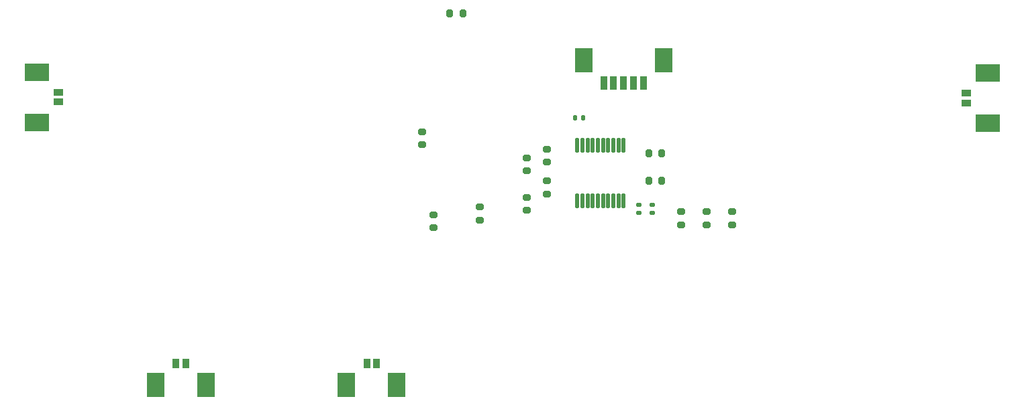
<source format=gbp>
G04 #@! TF.GenerationSoftware,KiCad,Pcbnew,8.0.9*
G04 #@! TF.CreationDate,2025-09-24T23:27:37+09:00*
G04 #@! TF.ProjectId,usb_sfc_pad,7573625f-7366-4635-9f70-61642e6b6963,rev?*
G04 #@! TF.SameCoordinates,Original*
G04 #@! TF.FileFunction,Paste,Bot*
G04 #@! TF.FilePolarity,Positive*
%FSLAX46Y46*%
G04 Gerber Fmt 4.6, Leading zero omitted, Abs format (unit mm)*
G04 Created by KiCad (PCBNEW 8.0.9) date 2025-09-24 23:27:37*
%MOMM*%
%LPD*%
G01*
G04 APERTURE LIST*
G04 Aperture macros list*
%AMRoundRect*
0 Rectangle with rounded corners*
0 $1 Rounding radius*
0 $2 $3 $4 $5 $6 $7 $8 $9 X,Y pos of 4 corners*
0 Add a 4 corners polygon primitive as box body*
4,1,4,$2,$3,$4,$5,$6,$7,$8,$9,$2,$3,0*
0 Add four circle primitives for the rounded corners*
1,1,$1+$1,$2,$3*
1,1,$1+$1,$4,$5*
1,1,$1+$1,$6,$7*
1,1,$1+$1,$8,$9*
0 Add four rect primitives between the rounded corners*
20,1,$1+$1,$2,$3,$4,$5,0*
20,1,$1+$1,$4,$5,$6,$7,0*
20,1,$1+$1,$6,$7,$8,$9,0*
20,1,$1+$1,$8,$9,$2,$3,0*%
G04 Aperture macros list end*
%ADD10R,0.889000X1.295400*%
%ADD11R,2.209800X3.098800*%
%ADD12R,3.098800X2.209800*%
%ADD13R,1.295400X0.889000*%
%ADD14RoundRect,0.200000X-0.275000X0.200000X-0.275000X-0.200000X0.275000X-0.200000X0.275000X0.200000X0*%
%ADD15RoundRect,0.200000X0.200000X0.275000X-0.200000X0.275000X-0.200000X-0.275000X0.200000X-0.275000X0*%
%ADD16RoundRect,0.200000X0.275000X-0.200000X0.275000X0.200000X-0.275000X0.200000X-0.275000X-0.200000X0*%
%ADD17RoundRect,0.140000X0.170000X-0.140000X0.170000X0.140000X-0.170000X0.140000X-0.170000X-0.140000X0*%
%ADD18RoundRect,0.140000X-0.140000X-0.170000X0.140000X-0.170000X0.140000X0.170000X-0.140000X0.170000X0*%
%ADD19R,0.812800X1.701800*%
%ADD20RoundRect,0.112500X0.112500X-0.837500X0.112500X0.837500X-0.112500X0.837500X-0.112500X-0.837500X0*%
G04 APERTURE END LIST*
D10*
X113050000Y-139250000D03*
X111800000Y-139250000D03*
D11*
X109250000Y-142000000D03*
X115600000Y-142000000D03*
D10*
X137150000Y-139250000D03*
X135900000Y-139250000D03*
D11*
X133350000Y-142000000D03*
X139700000Y-142000000D03*
D12*
X94250000Y-108750000D03*
X94250000Y-102400000D03*
D13*
X97000000Y-104950000D03*
X97000000Y-106200000D03*
X211504200Y-105075000D03*
X211504200Y-106325000D03*
D12*
X214254200Y-108875000D03*
X214254200Y-102525000D03*
D14*
X182000000Y-120075000D03*
X182000000Y-121725000D03*
X158600000Y-112175000D03*
X158600000Y-113825000D03*
D15*
X173125000Y-116200000D03*
X171475000Y-116200000D03*
D16*
X142900000Y-111625000D03*
X142900000Y-109975000D03*
D14*
X178800000Y-120075000D03*
X178800000Y-121725000D03*
D15*
X148025000Y-95000000D03*
X146375000Y-95000000D03*
D14*
X144300000Y-120475000D03*
X144300000Y-122125000D03*
X150200000Y-119475000D03*
X150200000Y-121125000D03*
D17*
X171900000Y-120180000D03*
X171900000Y-119220000D03*
D18*
X162220000Y-108200000D03*
X163180000Y-108200000D03*
D19*
X165800000Y-103800000D03*
X167050000Y-103800000D03*
X168300000Y-103800000D03*
X169550000Y-103800000D03*
X170800000Y-103800000D03*
D11*
X173350000Y-100900001D03*
X163250000Y-100900001D03*
D14*
X156100000Y-118275000D03*
X156100000Y-119925000D03*
D16*
X158600000Y-117825000D03*
X158600000Y-116175000D03*
D15*
X173125000Y-112700000D03*
X171475000Y-112700000D03*
D17*
X170200000Y-120180000D03*
X170200000Y-119220000D03*
D14*
X156100000Y-113275000D03*
X156100000Y-114925000D03*
X175600000Y-120075000D03*
X175600000Y-121725000D03*
D20*
X168300000Y-118700000D03*
X167650000Y-118700000D03*
X167000000Y-118700000D03*
X166350000Y-118700000D03*
X165700000Y-118700000D03*
X165050000Y-118700000D03*
X164400000Y-118700000D03*
X163750000Y-118700000D03*
X163100000Y-118700000D03*
X162450000Y-118700000D03*
X162450000Y-111700000D03*
X163100000Y-111700000D03*
X163750000Y-111700000D03*
X164400000Y-111700000D03*
X165050000Y-111700000D03*
X165700000Y-111700000D03*
X166350000Y-111700000D03*
X167000000Y-111700000D03*
X167650000Y-111700000D03*
X168300000Y-111700000D03*
M02*

</source>
